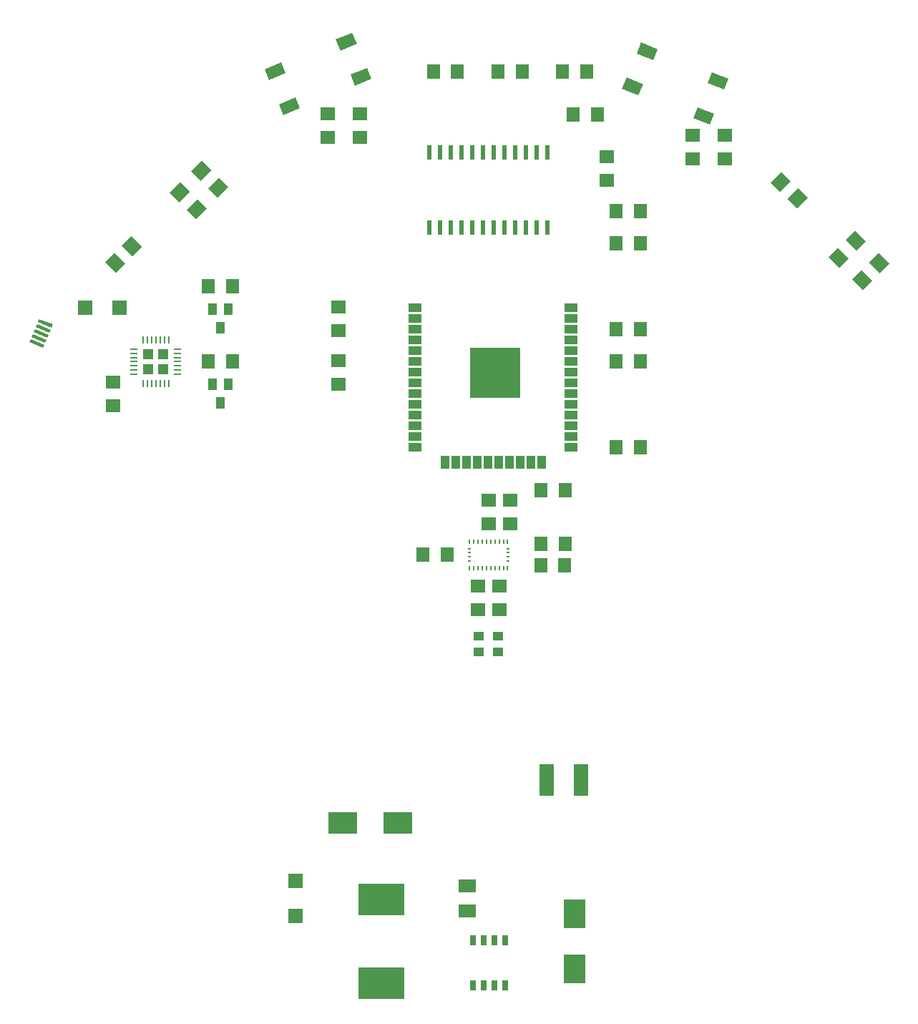
<source format=gbr>
G04 EAGLE Gerber RS-274X export*
G75*
%MOMM*%
%FSLAX34Y34*%
%LPD*%
%INSolderpaste Top*%
%IPPOS*%
%AMOC8*
5,1,8,0,0,1.08239X$1,22.5*%
G01*
%ADD10R,2.500000X3.500000*%
%ADD11R,1.600000X1.800000*%
%ADD12R,1.800000X1.600000*%
%ADD13R,3.500000X2.500000*%
%ADD14R,1.700000X1.800000*%
%ADD15R,1.800000X1.700000*%
%ADD16R,5.500000X3.850000*%
%ADD17R,1.000000X1.400000*%
%ADD18R,1.600000X1.803000*%
%ADD19R,1.803000X1.600000*%
%ADD20R,0.600000X1.800000*%
%ADD21R,0.650000X1.300000*%
%ADD22R,1.500000X1.000000*%
%ADD23R,1.000000X1.500000*%
%ADD24R,6.000000X6.000000*%
%ADD25R,1.397000X2.108200*%
%ADD26R,1.750000X0.400000*%
%ADD27R,1.252481X1.249588*%
%ADD28R,1.249938X1.249938*%
%ADD29R,1.252519X1.252519*%
%ADD30R,1.249544X1.252731*%
%ADD31R,0.900000X0.254000*%
%ADD32R,0.254000X0.900000*%
%ADD33R,0.250000X0.475000*%
%ADD34R,0.375000X0.250000*%
%ADD35R,1.300000X1.100000*%
%ADD36R,1.800000X3.700000*%
%ADD37R,2.000000X1.500000*%


D10*
X101600Y-424700D03*
X101600Y-489700D03*
D11*
G36*
X344994Y429679D02*
X333681Y440992D01*
X346408Y453719D01*
X357721Y442406D01*
X344994Y429679D01*
G37*
G36*
X364792Y409881D02*
X353479Y421194D01*
X366206Y433921D01*
X377519Y422608D01*
X364792Y409881D01*
G37*
D12*
X-444500Y204500D03*
X-444500Y176500D03*
X241300Y496600D03*
X241300Y468600D03*
X-152400Y522000D03*
X-152400Y494000D03*
D13*
X-172200Y-317500D03*
X-107200Y-317500D03*
D12*
X-177800Y293400D03*
X-177800Y265400D03*
X139700Y443200D03*
X139700Y471200D03*
D11*
G36*
X-429679Y344994D02*
X-440992Y333681D01*
X-453719Y346408D01*
X-442406Y357721D01*
X-429679Y344994D01*
G37*
G36*
X-409881Y364792D02*
X-421194Y353479D01*
X-433921Y366206D01*
X-422608Y377519D01*
X-409881Y364792D01*
G37*
X-64800Y571500D03*
X-36800Y571500D03*
D14*
X-228600Y-385900D03*
X-228600Y-426900D03*
D15*
X-436700Y292100D03*
X-477700Y292100D03*
D16*
X-127000Y-506950D03*
X-127000Y-407450D03*
D17*
X-317500Y179500D03*
X-327000Y201500D03*
X-308000Y201500D03*
X-317500Y268400D03*
X-327000Y290400D03*
X-308000Y290400D03*
D18*
X179320Y406400D03*
X150880Y406400D03*
X150880Y266700D03*
X179320Y266700D03*
D19*
X-177800Y201680D03*
X-177800Y230120D03*
D18*
X61980Y76200D03*
X90420Y76200D03*
G36*
X-346262Y397014D02*
X-357576Y408328D01*
X-344828Y421076D01*
X-333514Y409762D01*
X-346262Y397014D01*
G37*
G36*
X-366372Y417124D02*
X-377686Y428438D01*
X-364938Y441186D01*
X-353624Y429872D01*
X-366372Y417124D01*
G37*
G36*
X-320862Y422414D02*
X-332176Y433728D01*
X-319428Y446476D01*
X-308114Y435162D01*
X-320862Y422414D01*
G37*
G36*
X-340972Y442524D02*
X-352286Y453838D01*
X-339538Y466586D01*
X-328224Y455272D01*
X-340972Y442524D01*
G37*
X179320Y127000D03*
X150880Y127000D03*
D19*
X-190500Y493780D03*
X-190500Y522220D03*
X279400Y468380D03*
X279400Y496820D03*
D18*
X179320Y368300D03*
X150880Y368300D03*
X11180Y571500D03*
X39620Y571500D03*
X115820Y571500D03*
X87380Y571500D03*
G36*
X402094Y352612D02*
X413408Y363926D01*
X426156Y351178D01*
X414842Y339864D01*
X402094Y352612D01*
G37*
G36*
X422204Y372722D02*
X433518Y384036D01*
X446266Y371288D01*
X434952Y359974D01*
X422204Y372722D01*
G37*
G36*
X430034Y325942D02*
X441348Y337256D01*
X454096Y324508D01*
X442782Y313194D01*
X430034Y325942D01*
G37*
G36*
X450144Y346052D02*
X461458Y357366D01*
X474206Y344618D01*
X462892Y333304D01*
X450144Y346052D01*
G37*
X-303280Y228600D03*
X-331720Y228600D03*
X-303280Y317500D03*
X-331720Y317500D03*
X150880Y228600D03*
X179320Y228600D03*
D20*
X69850Y476550D03*
X57150Y476550D03*
X44450Y476550D03*
X31750Y476550D03*
X19050Y476550D03*
X6350Y476550D03*
X-6350Y476550D03*
X-19050Y476550D03*
X-31750Y476550D03*
X-44450Y476550D03*
X-57150Y476550D03*
X-69850Y476550D03*
X-69850Y387050D03*
X-57150Y387050D03*
X-44450Y387050D03*
X-31750Y387050D03*
X-19050Y387050D03*
X-6350Y387050D03*
X6350Y387050D03*
X19050Y387050D03*
X31750Y387050D03*
X44450Y387050D03*
X57150Y387050D03*
X69850Y387050D03*
D21*
X19400Y-455700D03*
X6700Y-455700D03*
X-6000Y-455700D03*
X-18700Y-455700D03*
X-18700Y-509500D03*
X-6000Y-509500D03*
X6700Y-509500D03*
X19400Y-509500D03*
D22*
X-87420Y254150D03*
X-87420Y241450D03*
X-87420Y228750D03*
X-87420Y216050D03*
X-87420Y203350D03*
X-87420Y190650D03*
X-87420Y177950D03*
X-87420Y165250D03*
D23*
X62380Y109750D03*
D22*
X97580Y127150D03*
X97580Y139850D03*
X97580Y152550D03*
X97580Y165250D03*
X97580Y177950D03*
X97580Y190650D03*
X97580Y203350D03*
D23*
X-26520Y109750D03*
D22*
X-87420Y152550D03*
X-87420Y139850D03*
X-87420Y127150D03*
D23*
X-51920Y109750D03*
X-39220Y109750D03*
D22*
X-87420Y266850D03*
X-87420Y279550D03*
X-87420Y292250D03*
D23*
X-13820Y109750D03*
X-1120Y109750D03*
X11580Y109750D03*
X49680Y109750D03*
X36980Y109750D03*
X24280Y109750D03*
D22*
X97580Y216050D03*
X97580Y228750D03*
X97580Y241450D03*
X97580Y254150D03*
X97580Y266850D03*
X97580Y279550D03*
X97580Y292250D03*
D24*
X8080Y215250D03*
D25*
G36*
X-175475Y596689D02*
X-180821Y609595D01*
X-161345Y617663D01*
X-155999Y604757D01*
X-175475Y596689D01*
G37*
G36*
X-259720Y561793D02*
X-265066Y574699D01*
X-245590Y582767D01*
X-240244Y569861D01*
X-259720Y561793D01*
G37*
G36*
X-158270Y555153D02*
X-163616Y568059D01*
X-144140Y576127D01*
X-138794Y563221D01*
X-158270Y555153D01*
G37*
G36*
X-242515Y520257D02*
X-247861Y533163D01*
X-228385Y541231D01*
X-223039Y528325D01*
X-242515Y520257D01*
G37*
G36*
X259294Y558431D02*
X264640Y571337D01*
X284116Y563269D01*
X278770Y550363D01*
X259294Y558431D01*
G37*
G36*
X175049Y593327D02*
X180395Y606233D01*
X199871Y598165D01*
X194525Y585259D01*
X175049Y593327D01*
G37*
G36*
X242089Y516895D02*
X247435Y529801D01*
X266911Y521733D01*
X261565Y508827D01*
X242089Y516895D01*
G37*
G36*
X157844Y551791D02*
X163190Y564697D01*
X182666Y556629D01*
X177320Y543723D01*
X157844Y551791D01*
G37*
D26*
G36*
X-527351Y244877D02*
X-543518Y251573D01*
X-541987Y255269D01*
X-525820Y248573D01*
X-527351Y244877D01*
G37*
G36*
X-517402Y268898D02*
X-533569Y275594D01*
X-532038Y279290D01*
X-515871Y272594D01*
X-517402Y268898D01*
G37*
G36*
X-524864Y250882D02*
X-541031Y257578D01*
X-539500Y261274D01*
X-523333Y254578D01*
X-524864Y250882D01*
G37*
G36*
X-522376Y256888D02*
X-538543Y263584D01*
X-537012Y267280D01*
X-520845Y260584D01*
X-522376Y256888D01*
G37*
G36*
X-519889Y262893D02*
X-536056Y269589D01*
X-534525Y273285D01*
X-518358Y266589D01*
X-519889Y262893D01*
G37*
D27*
X-402462Y237352D03*
D28*
X-384950Y237350D03*
D29*
X-402463Y219837D03*
D30*
X-384948Y219836D03*
D31*
X-419600Y243600D03*
X-419600Y238600D03*
X-419600Y233600D03*
X-419600Y228600D03*
X-419600Y223600D03*
X-419600Y218600D03*
X-419600Y213600D03*
D32*
X-408700Y202700D03*
X-403700Y202700D03*
X-398700Y202700D03*
X-393700Y202700D03*
X-388700Y202700D03*
X-383700Y202700D03*
X-378700Y202700D03*
D31*
X-367800Y213600D03*
X-367800Y218600D03*
X-367800Y223600D03*
X-367800Y228600D03*
X-367800Y233600D03*
X-367800Y238600D03*
X-367800Y243600D03*
D32*
X-378700Y254500D03*
X-383700Y254500D03*
X-388700Y254500D03*
X-393700Y254500D03*
X-398700Y254500D03*
X-403700Y254500D03*
X-408700Y254500D03*
D33*
X22500Y-15625D03*
D34*
X23125Y-7500D03*
X23125Y-2500D03*
X23125Y2500D03*
X23125Y7500D03*
D33*
X22500Y15625D03*
X17500Y15625D03*
X12500Y15625D03*
X7500Y15625D03*
X2500Y15625D03*
X-2500Y15625D03*
X-7500Y15625D03*
X-12500Y15625D03*
X-17500Y15625D03*
X-22500Y15625D03*
D34*
X-23125Y7500D03*
X-23125Y2500D03*
X-23125Y-2500D03*
X-23125Y-7500D03*
D33*
X-22500Y-15625D03*
X-17500Y-15625D03*
X-12500Y-15625D03*
X-7500Y-15625D03*
X-2500Y-15625D03*
X2500Y-15625D03*
X7500Y-15625D03*
X12500Y-15625D03*
X17500Y-15625D03*
D11*
X90200Y-12700D03*
X62200Y-12700D03*
D12*
X0Y64800D03*
X0Y36800D03*
X12700Y-64800D03*
X12700Y-36800D03*
X-12700Y-64800D03*
X-12700Y-36800D03*
D18*
X-77720Y0D03*
X-49280Y0D03*
D19*
X25400Y65020D03*
X25400Y36580D03*
D18*
X90420Y12700D03*
X61980Y12700D03*
D35*
X-11500Y-96410D03*
X11500Y-114410D03*
X11500Y-96410D03*
X-11500Y-114410D03*
D36*
X109400Y-266700D03*
X68400Y-266700D03*
D37*
X-25400Y-421400D03*
X-25400Y-391400D03*
D18*
X128520Y520700D03*
X100080Y520700D03*
M02*

</source>
